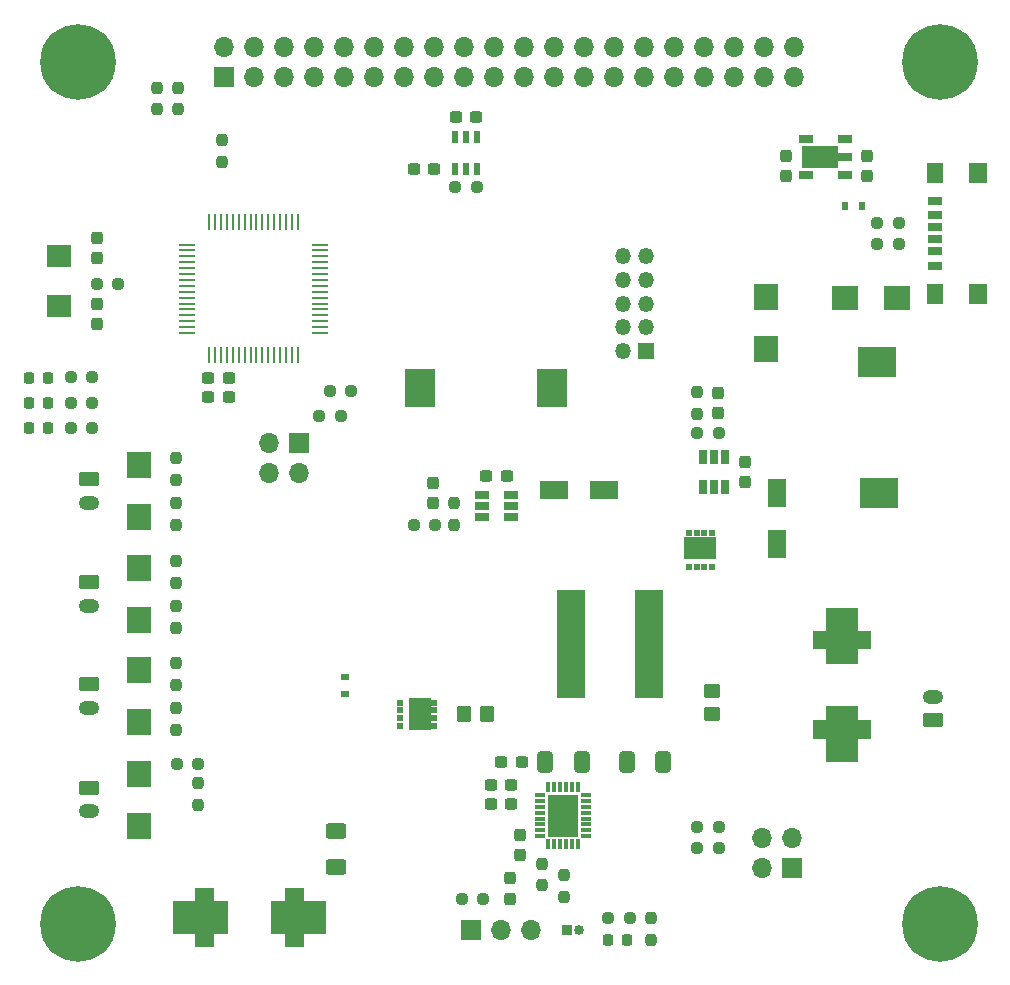
<source format=gts>
G04 #@! TF.GenerationSoftware,KiCad,Pcbnew,7.0.2-6a45011f42~172~ubuntu20.04.1*
G04 #@! TF.CreationDate,2023-05-04T18:05:18+02:00*
G04 #@! TF.ProjectId,EPS,4550532e-6b69-4636-9164-5f7063625858,v1.0.1*
G04 #@! TF.SameCoordinates,Original*
G04 #@! TF.FileFunction,Soldermask,Top*
G04 #@! TF.FilePolarity,Negative*
%FSLAX46Y46*%
G04 Gerber Fmt 4.6, Leading zero omitted, Abs format (unit mm)*
G04 Created by KiCad (PCBNEW 7.0.2-6a45011f42~172~ubuntu20.04.1) date 2023-05-04 18:05:18*
%MOMM*%
%LPD*%
G01*
G04 APERTURE LIST*
G04 Aperture macros list*
%AMRoundRect*
0 Rectangle with rounded corners*
0 $1 Rounding radius*
0 $2 $3 $4 $5 $6 $7 $8 $9 X,Y pos of 4 corners*
0 Add a 4 corners polygon primitive as box body*
4,1,4,$2,$3,$4,$5,$6,$7,$8,$9,$2,$3,0*
0 Add four circle primitives for the rounded corners*
1,1,$1+$1,$2,$3*
1,1,$1+$1,$4,$5*
1,1,$1+$1,$6,$7*
1,1,$1+$1,$8,$9*
0 Add four rect primitives between the rounded corners*
20,1,$1+$1,$2,$3,$4,$5,0*
20,1,$1+$1,$4,$5,$6,$7,0*
20,1,$1+$1,$6,$7,$8,$9,0*
20,1,$1+$1,$8,$9,$2,$3,0*%
G04 Aperture macros list end*
%ADD10C,0.010000*%
%ADD11RoundRect,0.237500X-0.237500X0.300000X-0.237500X-0.300000X0.237500X-0.300000X0.237500X0.300000X0*%
%ADD12RoundRect,0.237500X-0.237500X0.250000X-0.237500X-0.250000X0.237500X-0.250000X0.237500X0.250000X0*%
%ADD13R,2.350000X1.550000*%
%ADD14R,2.390000X9.210000*%
%ADD15RoundRect,0.237500X0.300000X0.237500X-0.300000X0.237500X-0.300000X-0.237500X0.300000X-0.237500X0*%
%ADD16RoundRect,0.237500X0.250000X0.237500X-0.250000X0.237500X-0.250000X-0.237500X0.250000X-0.237500X0*%
%ADD17R,1.250000X0.650000*%
%ADD18RoundRect,0.237500X0.237500X-0.250000X0.237500X0.250000X-0.237500X0.250000X-0.237500X-0.250000X0*%
%ADD19RoundRect,0.218750X-0.218750X-0.256250X0.218750X-0.256250X0.218750X0.256250X-0.218750X0.256250X0*%
%ADD20RoundRect,0.250000X-0.625000X0.350000X-0.625000X-0.350000X0.625000X-0.350000X0.625000X0.350000X0*%
%ADD21O,1.750000X1.200000*%
%ADD22R,0.600000X0.700000*%
%ADD23RoundRect,0.250000X-0.412500X-0.650000X0.412500X-0.650000X0.412500X0.650000X-0.412500X0.650000X0*%
%ADD24R,1.350000X1.350000*%
%ADD25O,1.350000X1.350000*%
%ADD26RoundRect,0.237500X0.237500X-0.300000X0.237500X0.300000X-0.237500X0.300000X-0.237500X-0.300000X0*%
%ADD27R,0.470000X0.500000*%
%ADD28R,0.470000X0.550000*%
%ADD29R,2.700000X1.850000*%
%ADD30RoundRect,0.250000X-0.450000X0.350000X-0.450000X-0.350000X0.450000X-0.350000X0.450000X0.350000X0*%
%ADD31R,1.200000X0.700000*%
%ADD32R,1.200000X0.760000*%
%ADD33R,1.200000X0.800000*%
%ADD34R,1.350000X1.800000*%
%ADD35R,1.500000X1.800000*%
%ADD36RoundRect,0.250000X-0.350000X-0.450000X0.350000X-0.450000X0.350000X0.450000X-0.350000X0.450000X0*%
%ADD37R,1.700000X1.700000*%
%ADD38O,1.700000X1.700000*%
%ADD39C,0.800000*%
%ADD40C,6.400000*%
%ADD41RoundRect,0.018900X-0.411100X-0.116100X0.411100X-0.116100X0.411100X0.116100X-0.411100X0.116100X0*%
%ADD42RoundRect,0.018900X0.116100X-0.411100X0.116100X0.411100X-0.116100X0.411100X-0.116100X-0.411100X0*%
%ADD43RoundRect,0.018900X0.411100X0.116100X-0.411100X0.116100X-0.411100X-0.116100X0.411100X-0.116100X0*%
%ADD44RoundRect,0.018900X-0.116100X0.411100X-0.116100X-0.411100X0.116100X-0.411100X0.116100X0.411100X0*%
%ADD45R,2.650000X3.650000*%
%ADD46R,3.200000X2.600000*%
%ADD47RoundRect,0.237500X-0.250000X-0.237500X0.250000X-0.237500X0.250000X0.237500X-0.250000X0.237500X0*%
%ADD48RoundRect,0.237500X-0.300000X-0.237500X0.300000X-0.237500X0.300000X0.237500X-0.300000X0.237500X0*%
%ADD49R,2.200000X2.150000*%
%ADD50R,0.650000X1.250000*%
%ADD51R,2.150000X2.200000*%
%ADD52RoundRect,0.250000X0.625000X-0.350000X0.625000X0.350000X-0.625000X0.350000X-0.625000X-0.350000X0*%
%ADD53R,1.200000X0.680000*%
%ADD54R,3.050000X1.930000*%
%ADD55R,1.550000X2.350000*%
%ADD56R,2.108200X1.879600*%
%ADD57R,0.700000X0.600000*%
%ADD58RoundRect,0.250000X0.412500X0.650000X-0.412500X0.650000X-0.412500X-0.650000X0.412500X-0.650000X0*%
%ADD59R,0.550000X1.000000*%
%ADD60RoundRect,0.250000X-0.625000X0.400000X-0.625000X-0.400000X0.625000X-0.400000X0.625000X0.400000X0*%
%ADD61R,1.473200X0.279400*%
%ADD62R,0.279400X1.473200*%
%ADD63R,0.850000X0.850000*%
%ADD64O,0.850000X0.850000*%
%ADD65R,0.500000X0.470000*%
%ADD66R,0.550000X0.470000*%
%ADD67R,1.850000X2.700000*%
%ADD68R,2.600000X3.200000*%
G04 APERTURE END LIST*
D10*
X131587100Y-134514600D02*
X133487100Y-134514600D01*
X133487100Y-137214600D01*
X131587100Y-137214600D01*
X131587100Y-138314600D01*
X130087100Y-138314600D01*
X130087100Y-137214600D01*
X128887100Y-137214600D01*
X128887100Y-134514600D01*
X130087100Y-134514600D01*
X130087100Y-133414600D01*
X131587100Y-133414600D01*
X131587100Y-134514600D01*
G36*
X131587100Y-134514600D02*
G01*
X133487100Y-134514600D01*
X133487100Y-137214600D01*
X131587100Y-137214600D01*
X131587100Y-138314600D01*
X130087100Y-138314600D01*
X130087100Y-137214600D01*
X128887100Y-137214600D01*
X128887100Y-134514600D01*
X130087100Y-134514600D01*
X130087100Y-133414600D01*
X131587100Y-133414600D01*
X131587100Y-134514600D01*
G37*
X123987100Y-134514600D02*
X125187100Y-134514600D01*
X125187100Y-137214600D01*
X123987100Y-137214600D01*
X123987100Y-138314600D01*
X122487100Y-138314600D01*
X122487100Y-137214600D01*
X120587100Y-137214600D01*
X120587100Y-134514600D01*
X122487100Y-134514600D01*
X122487100Y-133414600D01*
X123987100Y-133414600D01*
X123987100Y-134514600D01*
G36*
X123987100Y-134514600D02*
G01*
X125187100Y-134514600D01*
X125187100Y-137214600D01*
X123987100Y-137214600D01*
X123987100Y-138314600D01*
X122487100Y-138314600D01*
X122487100Y-137214600D01*
X120587100Y-137214600D01*
X120587100Y-134514600D01*
X122487100Y-134514600D01*
X122487100Y-133414600D01*
X123987100Y-133414600D01*
X123987100Y-134514600D01*
G37*
X178552100Y-119194600D02*
X179652100Y-119194600D01*
X179652100Y-120694600D01*
X178552100Y-120694600D01*
X178552100Y-122594600D01*
X175852100Y-122594600D01*
X175852100Y-120694600D01*
X174752100Y-120694600D01*
X174752100Y-119194600D01*
X175852100Y-119194600D01*
X175852100Y-117994600D01*
X178552100Y-117994600D01*
X178552100Y-119194600D01*
G36*
X178552100Y-119194600D02*
G01*
X179652100Y-119194600D01*
X179652100Y-120694600D01*
X178552100Y-120694600D01*
X178552100Y-122594600D01*
X175852100Y-122594600D01*
X175852100Y-120694600D01*
X174752100Y-120694600D01*
X174752100Y-119194600D01*
X175852100Y-119194600D01*
X175852100Y-117994600D01*
X178552100Y-117994600D01*
X178552100Y-119194600D01*
G37*
X178552100Y-111594600D02*
X179652100Y-111594600D01*
X179652100Y-113094600D01*
X178552100Y-113094600D01*
X178552100Y-114294600D01*
X175852100Y-114294600D01*
X175852100Y-113094600D01*
X174752100Y-113094600D01*
X174752100Y-111594600D01*
X175852100Y-111594600D01*
X175852100Y-109694600D01*
X178552100Y-109694600D01*
X178552100Y-111594600D01*
G36*
X178552100Y-111594600D02*
G01*
X179652100Y-111594600D01*
X179652100Y-113094600D01*
X178552100Y-113094600D01*
X178552100Y-114294600D01*
X175852100Y-114294600D01*
X175852100Y-113094600D01*
X174752100Y-113094600D01*
X174752100Y-111594600D01*
X175852100Y-111594600D01*
X175852100Y-109694600D01*
X178552100Y-109694600D01*
X178552100Y-111594600D01*
G37*
D11*
X166788100Y-91467600D03*
X166788100Y-93192600D03*
D12*
X121068100Y-65610100D03*
X121068100Y-67435100D03*
D11*
X149135100Y-132554100D03*
X149135100Y-134279100D03*
D13*
X152827100Y-99669600D03*
X157127100Y-99669600D03*
D12*
X153709600Y-132321100D03*
X153709600Y-134146100D03*
D11*
X150024100Y-128871100D03*
X150024100Y-130596100D03*
D14*
X154268300Y-112715600D03*
X160918300Y-112715600D03*
D15*
X125308800Y-91821000D03*
X123583800Y-91821000D03*
D16*
X166797100Y-128233600D03*
X164972100Y-128233600D03*
D17*
X146742100Y-100126600D03*
X146742100Y-101066600D03*
X146742100Y-102006600D03*
X149242100Y-102006600D03*
X149242100Y-101066600D03*
X149242100Y-100126600D03*
D18*
X122717100Y-126312100D03*
X122717100Y-124487100D03*
D19*
X108432500Y-90170000D03*
X110007500Y-90170000D03*
D20*
X113483100Y-107508600D03*
D21*
X113483100Y-109508600D03*
D22*
X177518100Y-75641200D03*
X178918100Y-75641200D03*
D23*
X152068400Y-122748600D03*
X155193400Y-122748600D03*
D18*
X120825900Y-102623700D03*
X120825900Y-100798700D03*
D12*
X124751100Y-70055100D03*
X124751100Y-71880100D03*
D24*
X160679100Y-87906400D03*
D25*
X158679100Y-87906400D03*
X160679100Y-85906400D03*
X158679100Y-85906400D03*
X160679100Y-83906400D03*
X158679100Y-83906400D03*
X160679100Y-81906400D03*
X158679100Y-81906400D03*
X160679100Y-79906400D03*
X158679100Y-79906400D03*
D26*
X179361100Y-73100100D03*
X179361100Y-71375100D03*
D27*
X164289100Y-106238200D03*
X164939100Y-106238200D03*
X165589100Y-106238200D03*
X166239100Y-106238200D03*
D28*
X166239100Y-103362200D03*
X165589100Y-103362200D03*
X164939100Y-103362200D03*
X164289100Y-103362200D03*
D29*
X165264100Y-104562200D03*
D30*
X166280100Y-116668600D03*
X166280100Y-118668600D03*
D31*
X185091600Y-78452600D03*
D32*
X185091600Y-76432600D03*
D33*
X185091600Y-75202600D03*
D31*
X185091600Y-77452600D03*
D32*
X185091600Y-79472600D03*
D33*
X185091600Y-80702600D03*
D34*
X185146600Y-83077600D03*
D35*
X188726600Y-83077600D03*
X188726600Y-72827600D03*
D34*
X185146600Y-72827600D03*
D16*
X159273100Y-135930600D03*
X157448100Y-135930600D03*
D12*
X120825900Y-96988700D03*
X120825900Y-98813700D03*
D36*
X145214100Y-118640200D03*
X147214100Y-118640200D03*
D37*
X124937100Y-64683600D03*
D38*
X124937100Y-62143600D03*
X127477100Y-64683600D03*
X127477100Y-62143600D03*
X130017100Y-64683600D03*
X130017100Y-62143600D03*
X132557100Y-64683600D03*
X132557100Y-62143600D03*
X135097100Y-64683600D03*
X135097100Y-62143600D03*
X137637100Y-64683600D03*
X137637100Y-62143600D03*
X140177100Y-64683600D03*
X140177100Y-62143600D03*
X142717100Y-64683600D03*
X142717100Y-62143600D03*
X145257100Y-64683600D03*
X145257100Y-62143600D03*
X147797100Y-64683600D03*
X147797100Y-62143600D03*
X150337100Y-64683600D03*
X150337100Y-62143600D03*
X152877100Y-64683600D03*
X152877100Y-62143600D03*
X155417100Y-64683600D03*
X155417100Y-62143600D03*
X157957100Y-64683600D03*
X157957100Y-62143600D03*
X160497100Y-64683600D03*
X160497100Y-62143600D03*
X163037100Y-64683600D03*
X163037100Y-62143600D03*
X165577100Y-64683600D03*
X165577100Y-62143600D03*
X168117100Y-64683600D03*
X168117100Y-62143600D03*
X170657100Y-64683600D03*
X170657100Y-62143600D03*
X173197100Y-64683600D03*
X173197100Y-62143600D03*
D18*
X151884600Y-133146100D03*
X151884600Y-131321100D03*
D39*
X110865044Y-138105656D03*
X114962100Y-136408600D03*
X112562100Y-138808600D03*
X114259156Y-134711544D03*
X110162100Y-136408600D03*
D40*
X112562100Y-136408600D03*
D39*
X114259156Y-138105656D03*
X110865044Y-134711544D03*
X112562100Y-134008600D03*
D41*
X151679100Y-125499600D03*
X151679100Y-125999600D03*
X151679100Y-126499600D03*
X151679100Y-126999600D03*
X151679100Y-127499600D03*
X151679100Y-127999600D03*
X151679100Y-128499600D03*
X151679100Y-128999600D03*
D42*
X152364100Y-129684600D03*
X152864100Y-129684600D03*
X153364100Y-129684600D03*
X153864100Y-129684600D03*
X154364100Y-129684600D03*
X154864100Y-129684600D03*
D43*
X155549100Y-128999600D03*
X155549100Y-128499600D03*
X155549100Y-127999600D03*
X155549100Y-127499600D03*
X155549100Y-126999600D03*
X155549100Y-126499600D03*
X155549100Y-125999600D03*
X155549100Y-125499600D03*
D44*
X154864100Y-124814600D03*
X154364100Y-124814600D03*
X153864100Y-124814600D03*
X153364100Y-124814600D03*
X152864100Y-124814600D03*
X152364100Y-124814600D03*
D45*
X153614100Y-127249600D03*
D15*
X149235600Y-126233600D03*
X147510600Y-126233600D03*
D16*
X182051600Y-77063600D03*
X180226600Y-77063600D03*
D46*
X180376340Y-99977600D03*
X180250100Y-88877600D03*
D12*
X161073100Y-135933100D03*
X161073100Y-137758100D03*
D47*
X144505000Y-74064800D03*
X146330000Y-74064800D03*
D37*
X173026100Y-131659600D03*
D38*
X170486100Y-131659600D03*
X173026100Y-129119600D03*
X170486100Y-129119600D03*
D26*
X114133900Y-80034300D03*
X114133900Y-78309300D03*
D47*
X164986600Y-94843600D03*
X166811600Y-94843600D03*
D48*
X144555000Y-68121200D03*
X146280000Y-68121200D03*
D18*
X119290100Y-67435100D03*
X119290100Y-65610100D03*
D49*
X177482100Y-83462800D03*
X181882100Y-83462800D03*
D16*
X146872600Y-134305600D03*
X145047600Y-134305600D03*
D11*
X169074100Y-97283100D03*
X169074100Y-99008100D03*
D15*
X149235600Y-124653600D03*
X147510600Y-124653600D03*
D50*
X167347100Y-96921000D03*
X166407100Y-96921000D03*
X165467100Y-96921000D03*
X165467100Y-99421000D03*
X166407100Y-99421000D03*
X167347100Y-99421000D03*
D11*
X114133900Y-83897300D03*
X114133900Y-85622300D03*
D26*
X172503100Y-73100100D03*
X172503100Y-71375100D03*
D18*
X120849100Y-119962100D03*
X120849100Y-118137100D03*
D16*
X166797100Y-129963600D03*
X164972100Y-129963600D03*
D37*
X131233100Y-95727600D03*
D38*
X131233100Y-98267600D03*
X128693100Y-95727600D03*
X128693100Y-98267600D03*
D51*
X117750300Y-119344600D03*
X117750300Y-114944600D03*
X117750300Y-110708600D03*
X117750300Y-106308600D03*
D11*
X142658100Y-99061100D03*
X142658100Y-100786100D03*
D47*
X120915600Y-122859600D03*
X122740600Y-122859600D03*
D19*
X108444100Y-94462600D03*
X110019100Y-94462600D03*
D20*
X113520100Y-98786600D03*
D21*
X113520100Y-100786600D03*
D47*
X132982600Y-93446600D03*
X134807600Y-93446600D03*
D16*
X113776400Y-90144600D03*
X111951400Y-90144600D03*
D52*
X184912100Y-119176600D03*
D21*
X184912100Y-117176600D03*
D18*
X144436100Y-102614100D03*
X144436100Y-100789100D03*
D15*
X150124600Y-122748600D03*
X148399600Y-122748600D03*
D53*
X177536100Y-72975600D03*
D32*
X177536100Y-71475600D03*
D53*
X177536100Y-69975600D03*
X174236100Y-69975600D03*
X174236100Y-72975600D03*
D54*
X175411100Y-71475600D03*
D16*
X115960800Y-82219800D03*
X114135800Y-82219800D03*
D55*
X171741100Y-99958000D03*
X171741100Y-104258000D03*
D51*
X117750300Y-101986600D03*
X117750300Y-97586600D03*
D56*
X110958900Y-84086700D03*
X110958900Y-79844900D03*
D18*
X120849100Y-111326100D03*
X120849100Y-109501100D03*
D16*
X113776400Y-94462600D03*
X111951400Y-94462600D03*
D39*
X187259156Y-65105656D03*
X187259156Y-61711544D03*
X183865044Y-65105656D03*
X187962100Y-63408600D03*
X185562100Y-61008600D03*
D40*
X185562100Y-63408600D03*
D39*
X185562100Y-65808600D03*
X183162100Y-63408600D03*
X183865044Y-61711544D03*
D16*
X182051600Y-78841600D03*
X180226600Y-78841600D03*
D57*
X135165100Y-116930400D03*
X135165100Y-115530400D03*
D58*
X162127600Y-122748600D03*
X159002600Y-122748600D03*
D59*
X146367500Y-69793800D03*
X145417500Y-69793800D03*
X144467500Y-69793800D03*
X144467500Y-72493800D03*
X145417500Y-72493800D03*
X146367500Y-72493800D03*
D48*
X140973600Y-72515400D03*
X142698600Y-72515400D03*
D16*
X135697100Y-91287600D03*
X133872100Y-91287600D03*
D39*
X110865044Y-65105656D03*
X110162100Y-63408600D03*
X110865044Y-61711544D03*
X114962100Y-63408600D03*
X114259156Y-61711544D03*
X112562100Y-61008600D03*
D40*
X112562100Y-63408600D03*
D39*
X114259156Y-65105656D03*
X112562100Y-65808600D03*
D60*
X134403100Y-128533600D03*
X134403100Y-131633600D03*
D37*
X145848100Y-136953600D03*
D38*
X148388100Y-136953600D03*
X150928100Y-136953600D03*
D19*
X157440800Y-137769600D03*
X159015800Y-137769600D03*
D40*
X185562100Y-136408600D03*
D39*
X187259156Y-134711544D03*
X185562100Y-134008600D03*
X183162100Y-136408600D03*
X183865044Y-138105656D03*
X185562100Y-138808600D03*
X183865044Y-134711544D03*
X187962100Y-136408600D03*
X187259156Y-138105656D03*
D61*
X121792000Y-78901600D03*
X121792000Y-79401599D03*
X121792000Y-79901600D03*
X121792000Y-80401599D03*
X121792000Y-80901601D03*
X121792000Y-81401600D03*
X121792000Y-81901599D03*
X121792000Y-82401600D03*
X121792000Y-82901600D03*
X121792000Y-83401601D03*
X121792000Y-83901600D03*
X121792000Y-84401599D03*
X121792000Y-84901601D03*
X121792000Y-85401600D03*
X121792000Y-85901601D03*
X121792000Y-86401600D03*
D62*
X123668100Y-88277700D03*
X124168099Y-88277700D03*
X124668100Y-88277700D03*
X125168099Y-88277700D03*
X125668101Y-88277700D03*
X126168100Y-88277700D03*
X126668099Y-88277700D03*
X127168100Y-88277700D03*
X127668100Y-88277700D03*
X128168101Y-88277700D03*
X128668100Y-88277700D03*
X129168099Y-88277700D03*
X129668101Y-88277700D03*
X130168100Y-88277700D03*
X130668101Y-88277700D03*
X131168100Y-88277700D03*
D61*
X133044200Y-86401600D03*
X133044200Y-85901601D03*
X133044200Y-85401600D03*
X133044200Y-84901601D03*
X133044200Y-84401599D03*
X133044200Y-83901600D03*
X133044200Y-83401601D03*
X133044200Y-82901600D03*
X133044200Y-82401600D03*
X133044200Y-81901599D03*
X133044200Y-81401600D03*
X133044200Y-80901601D03*
X133044200Y-80401599D03*
X133044200Y-79901600D03*
X133044200Y-79401599D03*
X133044200Y-78901600D03*
D62*
X131168100Y-77025500D03*
X130668101Y-77025500D03*
X130168100Y-77025500D03*
X129668101Y-77025500D03*
X129168099Y-77025500D03*
X128668100Y-77025500D03*
X128168101Y-77025500D03*
X127668100Y-77025500D03*
X127168100Y-77025500D03*
X126668099Y-77025500D03*
X126168100Y-77025500D03*
X125668101Y-77025500D03*
X125168099Y-77025500D03*
X124668100Y-77025500D03*
X124168099Y-77025500D03*
X123668100Y-77025500D03*
D12*
X120849100Y-114327100D03*
X120849100Y-116152100D03*
D15*
X125308800Y-90220800D03*
X123583800Y-90220800D03*
D20*
X113483100Y-116128600D03*
D21*
X113483100Y-118128600D03*
D20*
X113483100Y-124891600D03*
D21*
X113483100Y-126891600D03*
D51*
X170797100Y-83353600D03*
X170797100Y-87753600D03*
D12*
X165010100Y-91417600D03*
X165010100Y-93242600D03*
D47*
X140983600Y-102616000D03*
X142808600Y-102616000D03*
D63*
X153961100Y-136953600D03*
D64*
X154961100Y-136953600D03*
D65*
X139859100Y-117690600D03*
X139859100Y-118340600D03*
X139859100Y-118990600D03*
X139859100Y-119640600D03*
D66*
X142735100Y-119640600D03*
X142735100Y-118990600D03*
X142735100Y-118340600D03*
X142735100Y-117690600D03*
D67*
X141535100Y-118665600D03*
D12*
X120833100Y-105691100D03*
X120833100Y-107516100D03*
D19*
X108444100Y-92303600D03*
X110019100Y-92303600D03*
D68*
X152653100Y-91033600D03*
X141553100Y-91033600D03*
D51*
X117750300Y-128107600D03*
X117750300Y-123707600D03*
D48*
X147129600Y-98526600D03*
X148854600Y-98526600D03*
D16*
X113776400Y-92303600D03*
X111951400Y-92303600D03*
M02*

</source>
